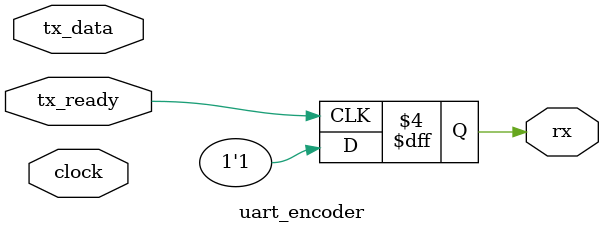
<source format=v>
`timescale 1ns/1ps
module tb_rx();
	reg        clock;
    reg        reset;
    wire       rx;
    wire [7:0] rx_data;
    reg [7:0]  tx_data;
    reg        tx_ready;
	
	rx RX(
	.clock(clock),
	.reset(reset),
	.rx(rx),
	.rx_data(rx_data)
	);
	
	initial begin
		clock		= 0;
        reset		= 0;
        tx_data		= 0;
        tx_ready	= 0;
	end
	
	always
		#41.65 clock <= ~clock;
		
	initial begin
		#10 reset = 1;
		
		#985126 tx_ready = 0;
		#1 tx_data = 8'h0d;
		#1 tx_ready = 1;
		
		#10500000 tx_ready = 0;
		#1 tx_data = 8'haa;
		#1 tx_ready = 1;
		
		#9851260 tx_ready = 0;
		#1 tx_data = 8'h0d;
		#1 tx_ready = 1;
		
		#10407840 tx_ready = 0;
		#1 tx_data = 8'hbb;
		#1 tx_ready = 1;
	end
	
	uart_encoder encoder(clock, tx_data, tx_ready, rx);

endmodule

module uart_encoder(
    input       clock,
    input [7:0] tx_data,
    input       tx_ready,
    output reg  rx = 1);

    parameter uart_wait = 105000;
    always @(posedge tx_ready)
        uart_encoder;

    task uart_encoder;
        begin
					   rx = 0;
            #uart_wait rx = tx_data[0];
            #uart_wait rx = tx_data[1];
            #uart_wait rx = tx_data[2];
            #uart_wait rx = tx_data[3];
            #uart_wait rx = tx_data[4];
            #uart_wait rx = tx_data[5];
            #uart_wait rx = tx_data[6];
            #uart_wait rx = tx_data[7];
            #uart_wait rx = 1;
        end
    endtask
endmodule
		
		
		

</source>
